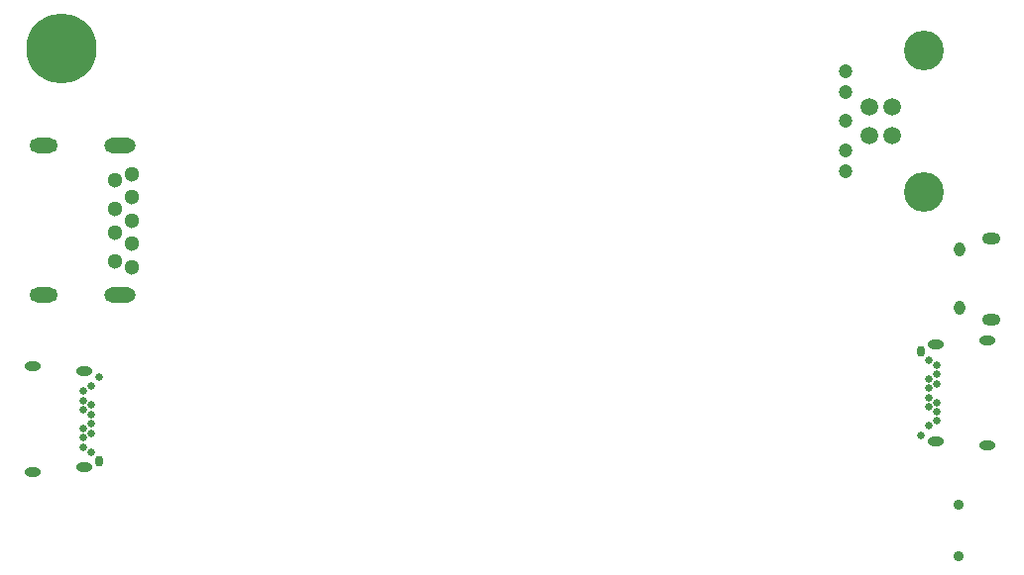
<source format=gbr>
%TF.GenerationSoftware,KiCad,Pcbnew,7.0.8*%
%TF.CreationDate,2024-05-30T14:18:46+02:00*%
%TF.ProjectId,usb_c_cable_tester,7573625f-635f-4636-9162-6c655f746573,2.2*%
%TF.SameCoordinates,Original*%
%TF.FileFunction,Soldermask,Bot*%
%TF.FilePolarity,Negative*%
%FSLAX46Y46*%
G04 Gerber Fmt 4.6, Leading zero omitted, Abs format (unit mm)*
G04 Created by KiCad (PCBNEW 7.0.8) date 2024-05-30 14:18:46*
%MOMM*%
%LPD*%
G01*
G04 APERTURE LIST*
%ADD10O,1.550000X1.000000*%
%ADD11O,0.950000X1.250000*%
%ADD12C,0.900000*%
%ADD13C,6.000000*%
%ADD14C,0.650000*%
%ADD15O,0.650000X0.950000*%
%ADD16O,1.400000X0.800000*%
%ADD17C,1.500000*%
%ADD18C,1.200000*%
%ADD19C,3.400000*%
%ADD20C,1.300000*%
%ADD21O,2.700000X1.300000*%
%ADD22O,2.400000X1.300000*%
G04 APERTURE END LIST*
D10*
%TO.C,J3*%
X140850000Y-100500000D03*
D11*
X138150000Y-99500000D03*
X138150000Y-94500000D03*
D10*
X140850000Y-93500000D03*
%TD*%
D12*
%TO.C,J5*%
X138100000Y-120700000D03*
X138100000Y-116300000D03*
%TD*%
D13*
%TO.C,REF\u002A\u002A*%
X61500000Y-77250000D03*
%TD*%
D14*
%TO.C,J2*%
X64650000Y-105390000D03*
D15*
X64650000Y-112590000D03*
D14*
X64000000Y-111790000D03*
X63300000Y-111390000D03*
X63300000Y-110590000D03*
X64000000Y-110190000D03*
X63300000Y-109790000D03*
X64000000Y-109390000D03*
X64000000Y-108590000D03*
X63300000Y-108190000D03*
X64000000Y-107790000D03*
X63300000Y-107390000D03*
X63300000Y-106590000D03*
X64000000Y-106190000D03*
D16*
X59000000Y-104500000D03*
X63400000Y-104860000D03*
X63400000Y-113120000D03*
X59000000Y-113480000D03*
%TD*%
D14*
%TO.C,J1*%
X134910000Y-110350000D03*
D15*
X134910000Y-103150000D03*
D14*
X135560000Y-103950000D03*
X136260000Y-104350000D03*
X136260000Y-105150000D03*
X135560000Y-105550000D03*
X136260000Y-105950000D03*
X135560000Y-106350000D03*
X135560000Y-107150000D03*
X136260000Y-107550000D03*
X135560000Y-107950000D03*
X136260000Y-108350000D03*
X136260000Y-109150000D03*
X135560000Y-109550000D03*
D16*
X140560000Y-111240000D03*
X136160000Y-110880000D03*
X136160000Y-102620000D03*
X140560000Y-102260000D03*
%TD*%
D17*
%TO.C,J4*%
X130435000Y-82250000D03*
X130435000Y-84750000D03*
X132445000Y-84750000D03*
X132445000Y-82250000D03*
D18*
X128445000Y-87750000D03*
X128445000Y-86000000D03*
X128445000Y-83500000D03*
X128445000Y-81000000D03*
X128445000Y-79250000D03*
D19*
X135145000Y-89520000D03*
X135145000Y-77480000D03*
%TD*%
D20*
%TO.C,J6*%
X66000000Y-88500000D03*
X66000000Y-91000000D03*
X66000000Y-93000000D03*
X66000000Y-95500000D03*
X67500000Y-96000000D03*
X67500000Y-94000000D03*
X67500000Y-92000000D03*
X67500000Y-90000000D03*
X67500000Y-88000000D03*
D21*
X66500000Y-85600000D03*
D22*
X59900000Y-85600000D03*
D21*
X66500000Y-98400000D03*
D22*
X59900000Y-98400000D03*
%TD*%
M02*

</source>
